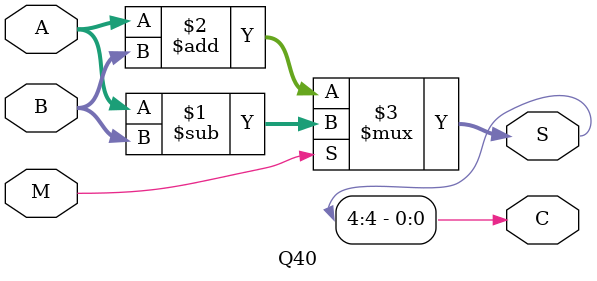
<source format=v>
module Q40 (
    input [3:0] A,B,
    input M,
    output [4:0] S,
    output C
);
    assign S = (M) ? (A - B) : (A + B);
    assign C = S[4];
endmodule
</source>
